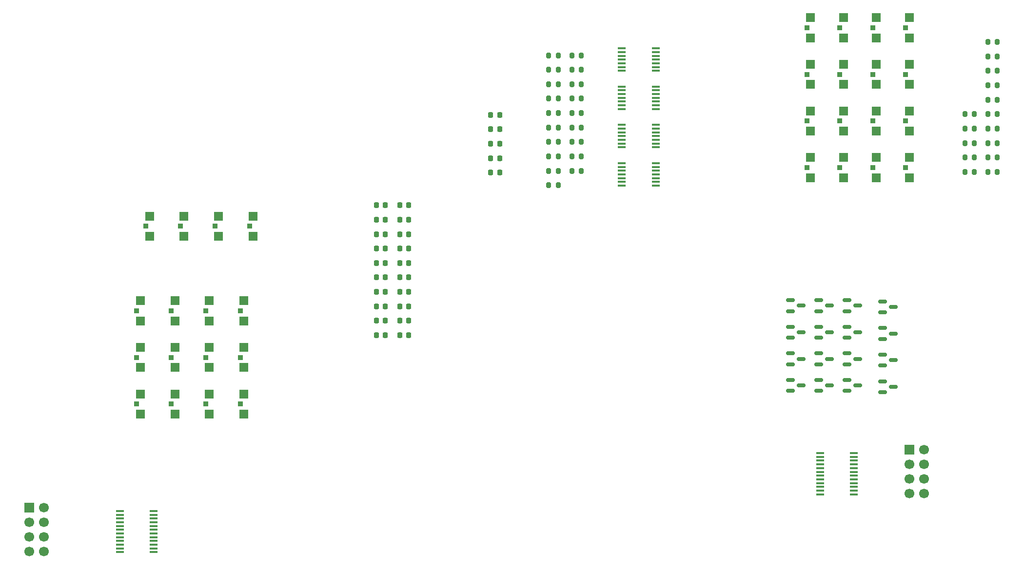
<source format=gbr>
%TF.GenerationSoftware,KiCad,Pcbnew,9.0.4*%
%TF.CreationDate,2025-09-05T13:59:23+10:00*%
%TF.ProjectId,scale-infrared-digitiser,7363616c-652d-4696-9e66-72617265642d,rev?*%
%TF.SameCoordinates,Original*%
%TF.FileFunction,Copper,L1,Top*%
%TF.FilePolarity,Positive*%
%FSLAX46Y46*%
G04 Gerber Fmt 4.6, Leading zero omitted, Abs format (unit mm)*
G04 Created by KiCad (PCBNEW 9.0.4) date 2025-09-05 13:59:23*
%MOMM*%
%LPD*%
G01*
G04 APERTURE LIST*
G04 Aperture macros list*
%AMRoundRect*
0 Rectangle with rounded corners*
0 $1 Rounding radius*
0 $2 $3 $4 $5 $6 $7 $8 $9 X,Y pos of 4 corners*
0 Add a 4 corners polygon primitive as box body*
4,1,4,$2,$3,$4,$5,$6,$7,$8,$9,$2,$3,0*
0 Add four circle primitives for the rounded corners*
1,1,$1+$1,$2,$3*
1,1,$1+$1,$4,$5*
1,1,$1+$1,$6,$7*
1,1,$1+$1,$8,$9*
0 Add four rect primitives between the rounded corners*
20,1,$1+$1,$2,$3,$4,$5,0*
20,1,$1+$1,$4,$5,$6,$7,0*
20,1,$1+$1,$6,$7,$8,$9,0*
20,1,$1+$1,$8,$9,$2,$3,0*%
G04 Aperture macros list end*
%TA.AperFunction,SMDPad,CuDef*%
%ADD10RoundRect,0.200000X-0.200000X-0.275000X0.200000X-0.275000X0.200000X0.275000X-0.200000X0.275000X0*%
%TD*%
%TA.AperFunction,SMDPad,CuDef*%
%ADD11RoundRect,0.150000X-0.587500X-0.150000X0.587500X-0.150000X0.587500X0.150000X-0.587500X0.150000X0*%
%TD*%
%TA.AperFunction,SMDPad,CuDef*%
%ADD12R,0.900000X0.900000*%
%TD*%
%TA.AperFunction,SMDPad,CuDef*%
%ADD13R,1.500000X1.500000*%
%TD*%
%TA.AperFunction,ComponentPad*%
%ADD14C,1.700000*%
%TD*%
%TA.AperFunction,ComponentPad*%
%ADD15R,1.700000X1.700000*%
%TD*%
%TA.AperFunction,SMDPad,CuDef*%
%ADD16R,1.475000X0.450000*%
%TD*%
%TA.AperFunction,SMDPad,CuDef*%
%ADD17RoundRect,0.225000X-0.225000X-0.250000X0.225000X-0.250000X0.225000X0.250000X-0.225000X0.250000X0*%
%TD*%
G04 APERTURE END LIST*
D10*
%TO.P,R34,2*%
%TO.N,Net-(IC3-OUTPUT_4)*%
X168275000Y-79475000D03*
%TO.P,R34,1*%
%TO.N,/PHT_DAT_11*%
X166625000Y-79475000D03*
%TD*%
%TO.P,R33,2*%
%TO.N,/PHT_DAT_10*%
X168275000Y-76965000D03*
%TO.P,R33,1*%
%TO.N,Net-(IC3-OUTPUT_3)*%
X166625000Y-76965000D03*
%TD*%
%TO.P,R32,2*%
%TO.N,Net-(IC3-OUTPUT_2)*%
X168275000Y-74455000D03*
%TO.P,R32,1*%
%TO.N,/PHT_DAT_9*%
X166625000Y-74455000D03*
%TD*%
%TO.P,R31,2*%
%TO.N,/PHT_DAT_8*%
X168275000Y-71945000D03*
%TO.P,R31,1*%
%TO.N,Net-(IC3-OUTPUT_1)*%
X166625000Y-71945000D03*
%TD*%
%TO.P,R30,2*%
%TO.N,Net-(IC1-OUTPUT_4)*%
X168275000Y-69435000D03*
%TO.P,R30,1*%
%TO.N,/PHT_DAT_7*%
X166625000Y-69435000D03*
%TD*%
%TO.P,R29,2*%
%TO.N,/PHT_DAT_6*%
X168275000Y-66925000D03*
%TO.P,R29,1*%
%TO.N,Net-(IC1-OUTPUT_3)*%
X166625000Y-66925000D03*
%TD*%
%TO.P,R28,2*%
%TO.N,Net-(IC1-OUTPUT_2)*%
X168275000Y-64415000D03*
%TO.P,R28,1*%
%TO.N,/PHT_DAT_5*%
X166625000Y-64415000D03*
%TD*%
%TO.P,R27,2*%
%TO.N,/PHT_DAT_4*%
X168275000Y-61905000D03*
%TO.P,R27,1*%
%TO.N,Net-(IC1-OUTPUT_1)*%
X166625000Y-61905000D03*
%TD*%
%TO.P,R26,2*%
%TO.N,Net-(IC0-OUTPUT_4)*%
X168275000Y-59395000D03*
%TO.P,R26,1*%
%TO.N,/PHT_DAT_3*%
X166625000Y-59395000D03*
%TD*%
%TO.P,R25,2*%
%TO.N,/PHT_DAT_2*%
X164265000Y-81985000D03*
%TO.P,R25,1*%
%TO.N,Net-(IC0-OUTPUT_3)*%
X162615000Y-81985000D03*
%TD*%
%TO.P,R24,2*%
%TO.N,Net-(IC0-OUTPUT_2)*%
X164265000Y-79475000D03*
%TO.P,R24,1*%
%TO.N,/PHT_DAT_1*%
X162615000Y-79475000D03*
%TD*%
%TO.P,R23,2*%
%TO.N,/PHT_DAT_0*%
X164265000Y-76965000D03*
%TO.P,R23,1*%
%TO.N,Net-(IC0-OUTPUT_1)*%
X162615000Y-76965000D03*
%TD*%
%TO.P,R22,2*%
%TO.N,/PHT_DAT_14*%
X164265000Y-74455000D03*
%TO.P,R22,1*%
%TO.N,Net-(IC2-OUTPUT_3)*%
X162615000Y-74455000D03*
%TD*%
%TO.P,R21,2*%
%TO.N,Net-(IC2-OUTPUT_2)*%
X164265000Y-71945000D03*
%TO.P,R21,1*%
%TO.N,/PHT_DAT_13*%
X162615000Y-71945000D03*
%TD*%
%TO.P,R20,2*%
%TO.N,Net-(IC2-OUTPUT_4)*%
X164265000Y-69435000D03*
%TO.P,R20,1*%
%TO.N,/PHT_DAT_15*%
X162615000Y-69435000D03*
%TD*%
%TO.P,R19,2*%
%TO.N,/NON_INVERTING_REF*%
X164265000Y-66925000D03*
%TO.P,R19,1*%
%TO.N,GND*%
X162615000Y-66925000D03*
%TD*%
%TO.P,R18,2*%
%TO.N,/3V3*%
X164265000Y-64415000D03*
%TO.P,R18,1*%
%TO.N,/NON_INVERTING_REF*%
X162615000Y-64415000D03*
%TD*%
%TO.P,R17,2*%
%TO.N,/PHT_DAT_12*%
X164265000Y-61905000D03*
%TO.P,R17,1*%
%TO.N,Net-(IC2-OUTPUT_1)*%
X162615000Y-61905000D03*
%TD*%
%TO.P,R16,2*%
%TO.N,/3V3*%
X164265000Y-59395000D03*
%TO.P,R16,1*%
%TO.N,Net-(LED15-A)*%
X162615000Y-59395000D03*
%TD*%
%TO.P,R15,2*%
%TO.N,/3V3*%
X240525000Y-79670000D03*
%TO.P,R15,1*%
%TO.N,Net-(LED14-A)*%
X238875000Y-79670000D03*
%TD*%
%TO.P,R14,2*%
%TO.N,/3V3*%
X240525000Y-77160000D03*
%TO.P,R14,1*%
%TO.N,Net-(LED13-A)*%
X238875000Y-77160000D03*
%TD*%
%TO.P,R13,2*%
%TO.N,/3V3*%
X240525000Y-74650000D03*
%TO.P,R13,1*%
%TO.N,Net-(LED12-A)*%
X238875000Y-74650000D03*
%TD*%
%TO.P,R12,2*%
%TO.N,/3V3*%
X240525000Y-72140000D03*
%TO.P,R12,1*%
%TO.N,Net-(LED11-A)*%
X238875000Y-72140000D03*
%TD*%
%TO.P,R11,2*%
%TO.N,/3V3*%
X240525000Y-69630000D03*
%TO.P,R11,1*%
%TO.N,Net-(LED10-A)*%
X238875000Y-69630000D03*
%TD*%
%TO.P,R10,2*%
%TO.N,/3V3*%
X240525000Y-67120000D03*
%TO.P,R10,1*%
%TO.N,Net-(LED9-A)*%
X238875000Y-67120000D03*
%TD*%
%TO.P,R9,2*%
%TO.N,/3V3*%
X240525000Y-64610000D03*
%TO.P,R9,1*%
%TO.N,Net-(LED8-A)*%
X238875000Y-64610000D03*
%TD*%
%TO.P,R8,2*%
%TO.N,/3V3*%
X240525000Y-62100000D03*
%TO.P,R8,1*%
%TO.N,Net-(LED7-A)*%
X238875000Y-62100000D03*
%TD*%
%TO.P,R7,2*%
%TO.N,/3V3*%
X240525000Y-59590000D03*
%TO.P,R7,1*%
%TO.N,Net-(LED6-A)*%
X238875000Y-59590000D03*
%TD*%
%TO.P,R6,2*%
%TO.N,/3V3*%
X240525000Y-57080000D03*
%TO.P,R6,1*%
%TO.N,Net-(LED5-A)*%
X238875000Y-57080000D03*
%TD*%
%TO.P,R5,2*%
%TO.N,/3V3*%
X236515000Y-79670000D03*
%TO.P,R5,1*%
%TO.N,Net-(LED4-A)*%
X234865000Y-79670000D03*
%TD*%
%TO.P,R4,2*%
%TO.N,/3V3*%
X236515000Y-77160000D03*
%TO.P,R4,1*%
%TO.N,Net-(LED3-A)*%
X234865000Y-77160000D03*
%TD*%
%TO.P,R3,2*%
%TO.N,/3V3*%
X236515000Y-74650000D03*
%TO.P,R3,1*%
%TO.N,Net-(LED2-A)*%
X234865000Y-74650000D03*
%TD*%
%TO.P,R2,2*%
%TO.N,/3V3*%
X236515000Y-72140000D03*
%TO.P,R2,1*%
%TO.N,Net-(LED1-A)*%
X234865000Y-72140000D03*
%TD*%
%TO.P,R1,2*%
%TO.N,/3V3*%
X236515000Y-69630000D03*
%TO.P,R1,1*%
%TO.N,Net-(LED0-A)*%
X234865000Y-69630000D03*
%TD*%
D11*
%TO.P,Q16,3,D*%
%TO.N,Net-(LED15-K)*%
X222485000Y-117000000D03*
%TO.P,Q16,2,S*%
%TO.N,GND*%
X220610000Y-117950000D03*
%TO.P,Q16,1,G*%
%TO.N,/LED_CTL_15*%
X220610000Y-116050000D03*
%TD*%
%TO.P,Q15,3,D*%
%TO.N,Net-(LED14-K)*%
X222485000Y-112375000D03*
%TO.P,Q15,2,S*%
%TO.N,GND*%
X220610000Y-113325000D03*
%TO.P,Q15,1,G*%
%TO.N,/LED_CTL_14*%
X220610000Y-111425000D03*
%TD*%
%TO.P,Q14,3,D*%
%TO.N,Net-(LED13-K)*%
X222485000Y-107750000D03*
%TO.P,Q14,2,S*%
%TO.N,GND*%
X220610000Y-108700000D03*
%TO.P,Q14,1,G*%
%TO.N,/LED_CTL_13*%
X220610000Y-106800000D03*
%TD*%
%TO.P,Q13,3,D*%
%TO.N,Net-(LED12-K)*%
X222485000Y-103125000D03*
%TO.P,Q13,2,S*%
%TO.N,GND*%
X220610000Y-104075000D03*
%TO.P,Q13,1,G*%
%TO.N,/LED_CTL_12*%
X220610000Y-102175000D03*
%TD*%
%TO.P,Q12,3,D*%
%TO.N,Net-(LED11-K)*%
X216250000Y-116775000D03*
%TO.P,Q12,2,S*%
%TO.N,GND*%
X214375000Y-117725000D03*
%TO.P,Q12,1,G*%
%TO.N,/LED_CTL_11*%
X214375000Y-115825000D03*
%TD*%
%TO.P,Q11,3,D*%
%TO.N,Net-(LED10-K)*%
X216250000Y-112150000D03*
%TO.P,Q11,2,S*%
%TO.N,GND*%
X214375000Y-113100000D03*
%TO.P,Q11,1,G*%
%TO.N,/LED_CTL_10*%
X214375000Y-111200000D03*
%TD*%
%TO.P,Q10,3,D*%
%TO.N,Net-(LED9-K)*%
X216250000Y-107525000D03*
%TO.P,Q10,2,S*%
%TO.N,GND*%
X214375000Y-108475000D03*
%TO.P,Q10,1,G*%
%TO.N,/LED_CTL_9*%
X214375000Y-106575000D03*
%TD*%
%TO.P,Q9,3,D*%
%TO.N,Net-(LED8-K)*%
X216250000Y-102900000D03*
%TO.P,Q9,2,S*%
%TO.N,GND*%
X214375000Y-103850000D03*
%TO.P,Q9,1,G*%
%TO.N,/LED_CTL_8*%
X214375000Y-101950000D03*
%TD*%
%TO.P,Q8,3,D*%
%TO.N,Net-(LED7-K)*%
X211340000Y-116775000D03*
%TO.P,Q8,2,S*%
%TO.N,GND*%
X209465000Y-117725000D03*
%TO.P,Q8,1,G*%
%TO.N,/LED_CTL_7*%
X209465000Y-115825000D03*
%TD*%
%TO.P,Q7,3,D*%
%TO.N,Net-(LED6-K)*%
X211340000Y-112150000D03*
%TO.P,Q7,2,S*%
%TO.N,GND*%
X209465000Y-113100000D03*
%TO.P,Q7,1,G*%
%TO.N,/LED_CTL_6*%
X209465000Y-111200000D03*
%TD*%
%TO.P,Q6,3,D*%
%TO.N,Net-(LED5-K)*%
X211340000Y-107525000D03*
%TO.P,Q6,2,S*%
%TO.N,GND*%
X209465000Y-108475000D03*
%TO.P,Q6,1,G*%
%TO.N,/LED_CTL_5*%
X209465000Y-106575000D03*
%TD*%
%TO.P,Q5,3,D*%
%TO.N,Net-(LED4-K)*%
X211340000Y-102900000D03*
%TO.P,Q5,2,S*%
%TO.N,GND*%
X209465000Y-103850000D03*
%TO.P,Q5,1,G*%
%TO.N,/LED_CTL_4*%
X209465000Y-101950000D03*
%TD*%
%TO.P,Q4,3,D*%
%TO.N,Net-(LED3-K)*%
X206430000Y-116775000D03*
%TO.P,Q4,2,S*%
%TO.N,GND*%
X204555000Y-117725000D03*
%TO.P,Q4,1,G*%
%TO.N,/LED_CTL_3*%
X204555000Y-115825000D03*
%TD*%
%TO.P,Q3,3,D*%
%TO.N,Net-(LED2-K)*%
X206430000Y-112150000D03*
%TO.P,Q3,2,S*%
%TO.N,GND*%
X204555000Y-113100000D03*
%TO.P,Q3,1,G*%
%TO.N,/LED_CTL_2*%
X204555000Y-111200000D03*
%TD*%
%TO.P,Q2,3,D*%
%TO.N,Net-(LED1-K)*%
X206430000Y-107525000D03*
%TO.P,Q2,2,S*%
%TO.N,GND*%
X204555000Y-108475000D03*
%TO.P,Q2,1,G*%
%TO.N,/LED_CTL_1*%
X204555000Y-106575000D03*
%TD*%
%TO.P,Q1,3,D*%
%TO.N,Net-(LED0-K)*%
X206430000Y-102900000D03*
%TO.P,Q1,2,S*%
%TO.N,GND*%
X204555000Y-103850000D03*
%TO.P,Q1,1,G*%
%TO.N,/LED_CTL_0*%
X204555000Y-101950000D03*
%TD*%
D12*
%TO.P,LED15,3,EP*%
%TO.N,unconnected-(LED15-EP-Pad3)*%
X224590000Y-78900000D03*
D13*
%TO.P,LED15,2,A*%
%TO.N,Net-(LED15-A)*%
X225240000Y-80650000D03*
%TO.P,LED15,1,K*%
%TO.N,Net-(LED15-K)*%
X225240000Y-77150000D03*
%TD*%
D12*
%TO.P,LED14,3,EP*%
%TO.N,unconnected-(LED14-EP-Pad3)*%
X218870000Y-78900000D03*
D13*
%TO.P,LED14,2,A*%
%TO.N,Net-(LED14-A)*%
X219520000Y-80650000D03*
%TO.P,LED14,1,K*%
%TO.N,Net-(LED14-K)*%
X219520000Y-77150000D03*
%TD*%
D12*
%TO.P,LED13,3,EP*%
%TO.N,unconnected-(LED13-EP-Pad3)*%
X213150000Y-78900000D03*
D13*
%TO.P,LED13,2,A*%
%TO.N,Net-(LED13-A)*%
X213800000Y-80650000D03*
%TO.P,LED13,1,K*%
%TO.N,Net-(LED13-K)*%
X213800000Y-77150000D03*
%TD*%
D12*
%TO.P,LED12,3,EP*%
%TO.N,unconnected-(LED12-EP-Pad3)*%
X207430000Y-78900000D03*
D13*
%TO.P,LED12,2,A*%
%TO.N,Net-(LED12-A)*%
X208080000Y-80650000D03*
%TO.P,LED12,1,K*%
%TO.N,Net-(LED12-K)*%
X208080000Y-77150000D03*
%TD*%
D12*
%TO.P,LED11,3,EP*%
%TO.N,unconnected-(LED11-EP-Pad3)*%
X224590000Y-70800000D03*
D13*
%TO.P,LED11,2,A*%
%TO.N,Net-(LED11-A)*%
X225240000Y-72550000D03*
%TO.P,LED11,1,K*%
%TO.N,Net-(LED11-K)*%
X225240000Y-69050000D03*
%TD*%
D12*
%TO.P,LED10,3,EP*%
%TO.N,unconnected-(LED10-EP-Pad3)*%
X218870000Y-70800000D03*
D13*
%TO.P,LED10,2,A*%
%TO.N,Net-(LED10-A)*%
X219520000Y-72550000D03*
%TO.P,LED10,1,K*%
%TO.N,Net-(LED10-K)*%
X219520000Y-69050000D03*
%TD*%
D12*
%TO.P,LED9,3,EP*%
%TO.N,unconnected-(LED9-EP-Pad3)*%
X213150000Y-70800000D03*
D13*
%TO.P,LED9,2,A*%
%TO.N,Net-(LED9-A)*%
X213800000Y-72550000D03*
%TO.P,LED9,1,K*%
%TO.N,Net-(LED9-K)*%
X213800000Y-69050000D03*
%TD*%
D12*
%TO.P,LED8,3,EP*%
%TO.N,unconnected-(LED8-EP-Pad3)*%
X207430000Y-70800000D03*
D13*
%TO.P,LED8,2,A*%
%TO.N,Net-(LED8-A)*%
X208080000Y-72550000D03*
%TO.P,LED8,1,K*%
%TO.N,Net-(LED8-K)*%
X208080000Y-69050000D03*
%TD*%
D12*
%TO.P,LED7,3,EP*%
%TO.N,unconnected-(LED7-EP-Pad3)*%
X224590000Y-62700000D03*
D13*
%TO.P,LED7,2,A*%
%TO.N,Net-(LED7-A)*%
X225240000Y-64450000D03*
%TO.P,LED7,1,K*%
%TO.N,Net-(LED7-K)*%
X225240000Y-60950000D03*
%TD*%
D12*
%TO.P,LED6,3,EP*%
%TO.N,unconnected-(LED6-EP-Pad3)*%
X218870000Y-62700000D03*
D13*
%TO.P,LED6,2,A*%
%TO.N,Net-(LED6-A)*%
X219520000Y-64450000D03*
%TO.P,LED6,1,K*%
%TO.N,Net-(LED6-K)*%
X219520000Y-60950000D03*
%TD*%
D12*
%TO.P,LED5,3,EP*%
%TO.N,unconnected-(LED5-EP-Pad3)*%
X213150000Y-62700000D03*
D13*
%TO.P,LED5,2,A*%
%TO.N,Net-(LED5-A)*%
X213800000Y-64450000D03*
%TO.P,LED5,1,K*%
%TO.N,Net-(LED5-K)*%
X213800000Y-60950000D03*
%TD*%
D12*
%TO.P,LED4,3,EP*%
%TO.N,unconnected-(LED4-EP-Pad3)*%
X207430000Y-62700000D03*
D13*
%TO.P,LED4,2,A*%
%TO.N,Net-(LED4-A)*%
X208080000Y-64450000D03*
%TO.P,LED4,1,K*%
%TO.N,Net-(LED4-K)*%
X208080000Y-60950000D03*
%TD*%
D12*
%TO.P,LED3,3,EP*%
%TO.N,unconnected-(LED3-EP-Pad3)*%
X224590000Y-54600000D03*
D13*
%TO.P,LED3,2,A*%
%TO.N,Net-(LED3-A)*%
X225240000Y-56350000D03*
%TO.P,LED3,1,K*%
%TO.N,Net-(LED3-K)*%
X225240000Y-52850000D03*
%TD*%
D12*
%TO.P,LED2,3,EP*%
%TO.N,unconnected-(LED2-EP-Pad3)*%
X218870000Y-54600000D03*
D13*
%TO.P,LED2,2,A*%
%TO.N,Net-(LED2-A)*%
X219520000Y-56350000D03*
%TO.P,LED2,1,K*%
%TO.N,Net-(LED2-K)*%
X219520000Y-52850000D03*
%TD*%
D12*
%TO.P,LED1,3,EP*%
%TO.N,unconnected-(LED1-EP-Pad3)*%
X213150000Y-54600000D03*
D13*
%TO.P,LED1,2,A*%
%TO.N,Net-(LED1-A)*%
X213800000Y-56350000D03*
%TO.P,LED1,1,K*%
%TO.N,Net-(LED1-K)*%
X213800000Y-52850000D03*
%TD*%
D12*
%TO.P,LED0,3,EP*%
%TO.N,unconnected-(LED0-EP-Pad3)*%
X207430000Y-54600000D03*
D13*
%TO.P,LED0,2,A*%
%TO.N,Net-(LED0-A)*%
X208080000Y-56350000D03*
%TO.P,LED0,1,K*%
%TO.N,Net-(LED0-K)*%
X208080000Y-52850000D03*
%TD*%
D14*
%TO.P,J1,8,Pin_8*%
%TO.N,GND*%
X74965000Y-145635000D03*
%TO.P,J1,7,Pin_7*%
X72425000Y-145635000D03*
%TO.P,J1,6,Pin_6*%
%TO.N,/MCU_RECV_DAT*%
X74965000Y-143095000D03*
%TO.P,J1,5,Pin_5*%
%TO.N,/3V3*%
X72425000Y-143095000D03*
%TO.P,J1,4,Pin_4*%
%TO.N,/SEL_RECV_0*%
X74965000Y-140555000D03*
%TO.P,J1,3,Pin_3*%
%TO.N,/SEL_RECV_1*%
X72425000Y-140555000D03*
%TO.P,J1,2,Pin_2*%
%TO.N,/SEL_RECV_2*%
X74965000Y-138015000D03*
D15*
%TO.P,J1,1,Pin_1*%
%TO.N,/SEL_RECV_3*%
X72425000Y-138015000D03*
%TD*%
D14*
%TO.P,J0,8,Pin_8*%
%TO.N,GND*%
X227775000Y-135515000D03*
%TO.P,J0,7,Pin_7*%
X225235000Y-135515000D03*
%TO.P,J0,6,Pin_6*%
%TO.N,/MCU_TRNS_CTL*%
X227775000Y-132975000D03*
%TO.P,J0,5,Pin_5*%
%TO.N,/3V3*%
X225235000Y-132975000D03*
%TO.P,J0,4,Pin_4*%
%TO.N,/SEL_TRNS_0*%
X227775000Y-130435000D03*
%TO.P,J0,3,Pin_3*%
%TO.N,/SEL_TRNS_1*%
X225235000Y-130435000D03*
%TO.P,J0,2,Pin_2*%
%TO.N,/SEL_TRNS_2*%
X227775000Y-127895000D03*
D15*
%TO.P,J0,1,Pin_1*%
%TO.N,/SEL_TRNS_3*%
X225235000Y-127895000D03*
%TD*%
D16*
%TO.P,IC5,24,VCC*%
%TO.N,/3V3*%
X94025000Y-138600000D03*
%TO.P,IC5,23,Y8*%
%TO.N,/PHT_DAT_8*%
X94025000Y-139250000D03*
%TO.P,IC5,22,Y9*%
%TO.N,/PHT_DAT_9*%
X94025000Y-139900000D03*
%TO.P,IC5,21,Y10*%
%TO.N,/PHT_DAT_10*%
X94025000Y-140550000D03*
%TO.P,IC5,20,Y11*%
%TO.N,/PHT_DAT_11*%
X94025000Y-141200000D03*
%TO.P,IC5,19,Y12*%
%TO.N,/PHT_DAT_12*%
X94025000Y-141850000D03*
%TO.P,IC5,18,Y13*%
%TO.N,/PHT_DAT_13*%
X94025000Y-142500000D03*
%TO.P,IC5,17,Y14*%
%TO.N,/PHT_DAT_14*%
X94025000Y-143150000D03*
%TO.P,IC5,16,Y15*%
%TO.N,/PHT_DAT_15*%
X94025000Y-143800000D03*
%TO.P,IC5,15,~{E}*%
%TO.N,GND*%
X94025000Y-144450000D03*
%TO.P,IC5,14,S2*%
%TO.N,/SEL_RECV_2*%
X94025000Y-145100000D03*
%TO.P,IC5,13,S3*%
%TO.N,/SEL_RECV_3*%
X94025000Y-145750000D03*
%TO.P,IC5,12,GND*%
%TO.N,GND*%
X88149000Y-145750000D03*
%TO.P,IC5,11,S1*%
%TO.N,/SEL_RECV_1*%
X88149000Y-145100000D03*
%TO.P,IC5,10,S0*%
%TO.N,/SEL_RECV_0*%
X88149000Y-144450000D03*
%TO.P,IC5,9,Y0*%
%TO.N,/PHT_DAT_0*%
X88149000Y-143800000D03*
%TO.P,IC5,8,Y1*%
%TO.N,/PHT_DAT_1*%
X88149000Y-143150000D03*
%TO.P,IC5,7,Y2*%
%TO.N,/PHT_DAT_2*%
X88149000Y-142500000D03*
%TO.P,IC5,6,Y3*%
%TO.N,/PHT_DAT_3*%
X88149000Y-141850000D03*
%TO.P,IC5,5,Y4*%
%TO.N,/PHT_DAT_4*%
X88149000Y-141200000D03*
%TO.P,IC5,4,Y5*%
%TO.N,/PHT_DAT_5*%
X88149000Y-140550000D03*
%TO.P,IC5,3,Y6*%
%TO.N,/PHT_DAT_6*%
X88149000Y-139900000D03*
%TO.P,IC5,2,Y7*%
%TO.N,/PHT_DAT_7*%
X88149000Y-139250000D03*
%TO.P,IC5,1,Z*%
%TO.N,/MCU_RECV_DAT*%
X88149000Y-138600000D03*
%TD*%
%TO.P,IC4,24,VCC*%
%TO.N,/3V3*%
X215626000Y-128535000D03*
%TO.P,IC4,23,Y8*%
%TO.N,/LED_CTL_8*%
X215626000Y-129185000D03*
%TO.P,IC4,22,Y9*%
%TO.N,/LED_CTL_9*%
X215626000Y-129835000D03*
%TO.P,IC4,21,Y10*%
%TO.N,/LED_CTL_10*%
X215626000Y-130485000D03*
%TO.P,IC4,20,Y11*%
%TO.N,/LED_CTL_11*%
X215626000Y-131135000D03*
%TO.P,IC4,19,Y12*%
%TO.N,/LED_CTL_12*%
X215626000Y-131785000D03*
%TO.P,IC4,18,Y13*%
%TO.N,/LED_CTL_13*%
X215626000Y-132435000D03*
%TO.P,IC4,17,Y14*%
%TO.N,/LED_CTL_14*%
X215626000Y-133085000D03*
%TO.P,IC4,16,Y15*%
%TO.N,/LED_CTL_15*%
X215626000Y-133735000D03*
%TO.P,IC4,15,~{E}*%
%TO.N,GND*%
X215626000Y-134385000D03*
%TO.P,IC4,14,S2*%
%TO.N,/SEL_TRNS_2*%
X215626000Y-135035000D03*
%TO.P,IC4,13,S3*%
%TO.N,/SEL_TRNS_3*%
X215626000Y-135685000D03*
%TO.P,IC4,12,GND*%
%TO.N,GND*%
X209750000Y-135685000D03*
%TO.P,IC4,11,S1*%
%TO.N,/SEL_TRNS_1*%
X209750000Y-135035000D03*
%TO.P,IC4,10,S0*%
%TO.N,/SEL_TRNS_0*%
X209750000Y-134385000D03*
%TO.P,IC4,9,Y0*%
%TO.N,/LED_CTL_0*%
X209750000Y-133735000D03*
%TO.P,IC4,8,Y1*%
%TO.N,/LED_CTL_1*%
X209750000Y-133085000D03*
%TO.P,IC4,7,Y2*%
%TO.N,/LED_CTL_2*%
X209750000Y-132435000D03*
%TO.P,IC4,6,Y3*%
%TO.N,/LED_CTL_3*%
X209750000Y-131785000D03*
%TO.P,IC4,5,Y4*%
%TO.N,/LED_CTL_4*%
X209750000Y-131135000D03*
%TO.P,IC4,4,Y5*%
%TO.N,/LED_CTL_5*%
X209750000Y-130485000D03*
%TO.P,IC4,3,Y6*%
%TO.N,/LED_CTL_6*%
X209750000Y-129835000D03*
%TO.P,IC4,2,Y7*%
%TO.N,/LED_CTL_7*%
X209750000Y-129185000D03*
%TO.P,IC4,1,Z*%
%TO.N,/MCU_TRNS_CTL*%
X209750000Y-128535000D03*
%TD*%
%TO.P,IC3,14,OUTPUT_4*%
%TO.N,Net-(IC3-OUTPUT_4)*%
X181178000Y-78135000D03*
%TO.P,IC3,13,INVERTING_INPUT_4*%
%TO.N,/PHT_DAT_11*%
X181178000Y-78785000D03*
%TO.P,IC3,12,NON-INVERTING_INPUT_4*%
%TO.N,/NON_INVERTING_REF*%
X181178000Y-79435000D03*
%TO.P,IC3,11,VCC-*%
%TO.N,GND*%
X181178000Y-80085000D03*
%TO.P,IC3,10,NON-INVERTING_INPUT_3*%
%TO.N,/NON_INVERTING_REF*%
X181178000Y-80735000D03*
%TO.P,IC3,9,INVERTING_INPUT_3*%
%TO.N,/PHT_DAT_10*%
X181178000Y-81385000D03*
%TO.P,IC3,8,OUTPUT_3*%
%TO.N,Net-(IC3-OUTPUT_3)*%
X181178000Y-82035000D03*
%TO.P,IC3,7,OUTPUT_2*%
%TO.N,Net-(IC3-OUTPUT_2)*%
X175302000Y-82035000D03*
%TO.P,IC3,6,INVERTING_INPUT_2*%
%TO.N,/PHT_DAT_9*%
X175302000Y-81385000D03*
%TO.P,IC3,5,NON-INVERTING_INPUT_2*%
%TO.N,/NON_INVERTING_REF*%
X175302000Y-80735000D03*
%TO.P,IC3,4,VCC+*%
%TO.N,/3V3*%
X175302000Y-80085000D03*
%TO.P,IC3,3,NON-INVERTING_INPUT_1*%
%TO.N,/NON_INVERTING_REF*%
X175302000Y-79435000D03*
%TO.P,IC3,2,INVERTING_INPUT_1*%
%TO.N,/PHT_DAT_8*%
X175302000Y-78785000D03*
%TO.P,IC3,1,OUTPUT_1*%
%TO.N,Net-(IC3-OUTPUT_1)*%
X175302000Y-78135000D03*
%TD*%
%TO.P,IC2,14,OUTPUT_4*%
%TO.N,Net-(IC2-OUTPUT_4)*%
X181178000Y-71485000D03*
%TO.P,IC2,13,INVERTING_INPUT_4*%
%TO.N,/PHT_DAT_15*%
X181178000Y-72135000D03*
%TO.P,IC2,12,NON-INVERTING_INPUT_4*%
%TO.N,/NON_INVERTING_REF*%
X181178000Y-72785000D03*
%TO.P,IC2,11,VCC-*%
%TO.N,GND*%
X181178000Y-73435000D03*
%TO.P,IC2,10,NON-INVERTING_INPUT_3*%
%TO.N,/NON_INVERTING_REF*%
X181178000Y-74085000D03*
%TO.P,IC2,9,INVERTING_INPUT_3*%
%TO.N,/PHT_DAT_14*%
X181178000Y-74735000D03*
%TO.P,IC2,8,OUTPUT_3*%
%TO.N,Net-(IC2-OUTPUT_3)*%
X181178000Y-75385000D03*
%TO.P,IC2,7,OUTPUT_2*%
%TO.N,Net-(IC2-OUTPUT_2)*%
X175302000Y-75385000D03*
%TO.P,IC2,6,INVERTING_INPUT_2*%
%TO.N,/PHT_DAT_13*%
X175302000Y-74735000D03*
%TO.P,IC2,5,NON-INVERTING_INPUT_2*%
%TO.N,/NON_INVERTING_REF*%
X175302000Y-74085000D03*
%TO.P,IC2,4,VCC+*%
%TO.N,/3V3*%
X175302000Y-73435000D03*
%TO.P,IC2,3,NON-INVERTING_INPUT_1*%
%TO.N,/NON_INVERTING_REF*%
X175302000Y-72785000D03*
%TO.P,IC2,2,INVERTING_INPUT_1*%
%TO.N,/PHT_DAT_12*%
X175302000Y-72135000D03*
%TO.P,IC2,1,OUTPUT_1*%
%TO.N,Net-(IC2-OUTPUT_1)*%
X175302000Y-71485000D03*
%TD*%
%TO.P,IC1,14,OUTPUT_4*%
%TO.N,Net-(IC1-OUTPUT_4)*%
X181178000Y-64835000D03*
%TO.P,IC1,13,INVERTING_INPUT_4*%
%TO.N,/PHT_DAT_7*%
X181178000Y-65485000D03*
%TO.P,IC1,12,NON-INVERTING_INPUT_4*%
%TO.N,/NON_INVERTING_REF*%
X181178000Y-66135000D03*
%TO.P,IC1,11,VCC-*%
%TO.N,GND*%
X181178000Y-66785000D03*
%TO.P,IC1,10,NON-INVERTING_INPUT_3*%
%TO.N,/NON_INVERTING_REF*%
X181178000Y-67435000D03*
%TO.P,IC1,9,INVERTING_INPUT_3*%
%TO.N,/PHT_DAT_6*%
X181178000Y-68085000D03*
%TO.P,IC1,8,OUTPUT_3*%
%TO.N,Net-(IC1-OUTPUT_3)*%
X181178000Y-68735000D03*
%TO.P,IC1,7,OUTPUT_2*%
%TO.N,Net-(IC1-OUTPUT_2)*%
X175302000Y-68735000D03*
%TO.P,IC1,6,INVERTING_INPUT_2*%
%TO.N,/PHT_DAT_5*%
X175302000Y-68085000D03*
%TO.P,IC1,5,NON-INVERTING_INPUT_2*%
%TO.N,/NON_INVERTING_REF*%
X175302000Y-67435000D03*
%TO.P,IC1,4,VCC+*%
%TO.N,/3V3*%
X175302000Y-66785000D03*
%TO.P,IC1,3,NON-INVERTING_INPUT_1*%
%TO.N,/NON_INVERTING_REF*%
X175302000Y-66135000D03*
%TO.P,IC1,2,INVERTING_INPUT_1*%
%TO.N,/PHT_DAT_4*%
X175302000Y-65485000D03*
%TO.P,IC1,1,OUTPUT_1*%
%TO.N,Net-(IC1-OUTPUT_1)*%
X175302000Y-64835000D03*
%TD*%
%TO.P,IC0,14,OUTPUT_4*%
%TO.N,Net-(IC0-OUTPUT_4)*%
X181178000Y-58185000D03*
%TO.P,IC0,13,INVERTING_INPUT_4*%
%TO.N,/PHT_DAT_3*%
X181178000Y-58835000D03*
%TO.P,IC0,12,NON-INVERTING_INPUT_4*%
%TO.N,/NON_INVERTING_REF*%
X181178000Y-59485000D03*
%TO.P,IC0,11,VCC-*%
%TO.N,GND*%
X181178000Y-60135000D03*
%TO.P,IC0,10,NON-INVERTING_INPUT_3*%
%TO.N,/NON_INVERTING_REF*%
X181178000Y-60785000D03*
%TO.P,IC0,9,INVERTING_INPUT_3*%
%TO.N,/PHT_DAT_2*%
X181178000Y-61435000D03*
%TO.P,IC0,8,OUTPUT_3*%
%TO.N,Net-(IC0-OUTPUT_3)*%
X181178000Y-62085000D03*
%TO.P,IC0,7,OUTPUT_2*%
%TO.N,Net-(IC0-OUTPUT_2)*%
X175302000Y-62085000D03*
%TO.P,IC0,6,INVERTING_INPUT_2*%
%TO.N,/PHT_DAT_1*%
X175302000Y-61435000D03*
%TO.P,IC0,5,NON-INVERTING_INPUT_2*%
%TO.N,/NON_INVERTING_REF*%
X175302000Y-60785000D03*
%TO.P,IC0,4,VCC+*%
%TO.N,/3V3*%
X175302000Y-60135000D03*
%TO.P,IC0,3,NON-INVERTING_INPUT_1*%
%TO.N,/NON_INVERTING_REF*%
X175302000Y-59485000D03*
%TO.P,IC0,2,INVERTING_INPUT_1*%
%TO.N,/PHT_DAT_0*%
X175302000Y-58835000D03*
%TO.P,IC0,1,OUTPUT_1*%
%TO.N,Net-(IC0-OUTPUT_1)*%
X175302000Y-58185000D03*
%TD*%
D12*
%TO.P,D_photo15,3,EP*%
%TO.N,unconnected-(D_photo15-EP-Pad3)*%
X109050000Y-120000000D03*
D13*
%TO.P,D_photo15,2,A*%
%TO.N,GND*%
X109700000Y-121750000D03*
%TO.P,D_photo15,1,K*%
%TO.N,/PHT_DAT_15*%
X109700000Y-118250000D03*
%TD*%
D12*
%TO.P,D_photo14,3,EP*%
%TO.N,unconnected-(D_photo14-EP-Pad3)*%
X103050000Y-120000000D03*
D13*
%TO.P,D_photo14,2,A*%
%TO.N,GND*%
X103700000Y-121750000D03*
%TO.P,D_photo14,1,K*%
%TO.N,/PHT_DAT_14*%
X103700000Y-118250000D03*
%TD*%
D12*
%TO.P,D_photo13,3,EP*%
%TO.N,unconnected-(D_photo13-EP-Pad3)*%
X97050000Y-120000000D03*
D13*
%TO.P,D_photo13,2,A*%
%TO.N,GND*%
X97700000Y-121750000D03*
%TO.P,D_photo13,1,K*%
%TO.N,/PHT_DAT_13*%
X97700000Y-118250000D03*
%TD*%
D12*
%TO.P,D_photo12,3,EP*%
%TO.N,unconnected-(D_photo12-EP-Pad3)*%
X91050000Y-120000000D03*
D13*
%TO.P,D_photo12,2,A*%
%TO.N,GND*%
X91700000Y-121750000D03*
%TO.P,D_photo12,1,K*%
%TO.N,/PHT_DAT_12*%
X91700000Y-118250000D03*
%TD*%
D12*
%TO.P,D_photo11,3,EP*%
%TO.N,unconnected-(D_photo11-EP-Pad3)*%
X109050000Y-111900000D03*
D13*
%TO.P,D_photo11,2,A*%
%TO.N,GND*%
X109700000Y-113650000D03*
%TO.P,D_photo11,1,K*%
%TO.N,/PHT_DAT_11*%
X109700000Y-110150000D03*
%TD*%
D12*
%TO.P,D_photo10,3,EP*%
%TO.N,unconnected-(D_photo10-EP-Pad3)*%
X103050000Y-111900000D03*
D13*
%TO.P,D_photo10,2,A*%
%TO.N,GND*%
X103700000Y-113650000D03*
%TO.P,D_photo10,1,K*%
%TO.N,/PHT_DAT_10*%
X103700000Y-110150000D03*
%TD*%
D12*
%TO.P,D_photo9,3,EP*%
%TO.N,unconnected-(D_photo9-EP-Pad3)*%
X97050000Y-111900000D03*
D13*
%TO.P,D_photo9,2,A*%
%TO.N,GND*%
X97700000Y-113650000D03*
%TO.P,D_photo9,1,K*%
%TO.N,/PHT_DAT_9*%
X97700000Y-110150000D03*
%TD*%
D12*
%TO.P,D_photo8,3,EP*%
%TO.N,unconnected-(D_photo8-EP-Pad3)*%
X91050000Y-111900000D03*
D13*
%TO.P,D_photo8,2,A*%
%TO.N,GND*%
X91700000Y-113650000D03*
%TO.P,D_photo8,1,K*%
%TO.N,/PHT_DAT_8*%
X91700000Y-110150000D03*
%TD*%
D12*
%TO.P,D_photo7,3,EP*%
%TO.N,unconnected-(D_photo7-EP-Pad3)*%
X109050000Y-103800000D03*
D13*
%TO.P,D_photo7,2,A*%
%TO.N,GND*%
X109700000Y-105550000D03*
%TO.P,D_photo7,1,K*%
%TO.N,/PHT_DAT_7*%
X109700000Y-102050000D03*
%TD*%
D12*
%TO.P,D_photo6,3,EP*%
%TO.N,unconnected-(D_photo6-EP-Pad3)*%
X103050000Y-103800000D03*
D13*
%TO.P,D_photo6,2,A*%
%TO.N,GND*%
X103700000Y-105550000D03*
%TO.P,D_photo6,1,K*%
%TO.N,/PHT_DAT_6*%
X103700000Y-102050000D03*
%TD*%
D12*
%TO.P,D_photo5,3,EP*%
%TO.N,unconnected-(D_photo5-EP-Pad3)*%
X97050000Y-103800000D03*
D13*
%TO.P,D_photo5,2,A*%
%TO.N,GND*%
X97700000Y-105550000D03*
%TO.P,D_photo5,1,K*%
%TO.N,/PHT_DAT_5*%
X97700000Y-102050000D03*
%TD*%
D12*
%TO.P,D_photo4,3,EP*%
%TO.N,unconnected-(D_photo4-EP-Pad3)*%
X91050000Y-103800000D03*
D13*
%TO.P,D_photo4,2,A*%
%TO.N,GND*%
X91700000Y-105550000D03*
%TO.P,D_photo4,1,K*%
%TO.N,/PHT_DAT_4*%
X91700000Y-102050000D03*
%TD*%
D12*
%TO.P,D_photo3,3,EP*%
%TO.N,unconnected-(D_photo3-EP-Pad3)*%
X110650000Y-89100000D03*
D13*
%TO.P,D_photo3,2,A*%
%TO.N,GND*%
X111300000Y-90850000D03*
%TO.P,D_photo3,1,K*%
%TO.N,/PHT_DAT_3*%
X111300000Y-87350000D03*
%TD*%
D12*
%TO.P,D_photo2,3,EP*%
%TO.N,unconnected-(D_photo2-EP-Pad3)*%
X104650000Y-89100000D03*
D13*
%TO.P,D_photo2,2,A*%
%TO.N,GND*%
X105300000Y-90850000D03*
%TO.P,D_photo2,1,K*%
%TO.N,/PHT_DAT_2*%
X105300000Y-87350000D03*
%TD*%
D12*
%TO.P,D_photo1,3,EP*%
%TO.N,unconnected-(D_photo1-EP-Pad3)*%
X98650000Y-89100000D03*
D13*
%TO.P,D_photo1,2,A*%
%TO.N,GND*%
X99300000Y-90850000D03*
%TO.P,D_photo1,1,K*%
%TO.N,/PHT_DAT_1*%
X99300000Y-87350000D03*
%TD*%
D12*
%TO.P,D_photo0,3,EP*%
%TO.N,unconnected-(D_photo0-EP-Pad3)*%
X92650000Y-89100000D03*
D13*
%TO.P,D_photo0,2,A*%
%TO.N,GND*%
X93300000Y-90850000D03*
%TO.P,D_photo0,1,K*%
%TO.N,/PHT_DAT_0*%
X93300000Y-87350000D03*
%TD*%
D17*
%TO.P,C25,2*%
%TO.N,GND*%
X154100000Y-79775000D03*
%TO.P,C25,1*%
%TO.N,/NON_INVERTING_REF*%
X152550000Y-79775000D03*
%TD*%
%TO.P,C24,2*%
%TO.N,/PHT_DAT_11*%
X154100000Y-77265000D03*
%TO.P,C24,1*%
%TO.N,Net-(IC3-OUTPUT_4)*%
X152550000Y-77265000D03*
%TD*%
%TO.P,C23,2*%
%TO.N,Net-(IC3-OUTPUT_3)*%
X154100000Y-74755000D03*
%TO.P,C23,1*%
%TO.N,/PHT_DAT_10*%
X152550000Y-74755000D03*
%TD*%
%TO.P,C22,2*%
%TO.N,/PHT_DAT_9*%
X154100000Y-72245000D03*
%TO.P,C22,1*%
%TO.N,Net-(IC3-OUTPUT_2)*%
X152550000Y-72245000D03*
%TD*%
%TO.P,C21,2*%
%TO.N,Net-(IC3-OUTPUT_1)*%
X154100000Y-69735000D03*
%TO.P,C21,1*%
%TO.N,/PHT_DAT_8*%
X152550000Y-69735000D03*
%TD*%
%TO.P,C20,2*%
%TO.N,GND*%
X138275000Y-108040000D03*
%TO.P,C20,1*%
%TO.N,/NON_INVERTING_REF*%
X136725000Y-108040000D03*
%TD*%
%TO.P,C19,2*%
%TO.N,GND*%
X138275000Y-105530000D03*
%TO.P,C19,1*%
%TO.N,/NON_INVERTING_REF*%
X136725000Y-105530000D03*
%TD*%
%TO.P,C18,2*%
%TO.N,/PHT_DAT_7*%
X138275000Y-103020000D03*
%TO.P,C18,1*%
%TO.N,Net-(IC1-OUTPUT_4)*%
X136725000Y-103020000D03*
%TD*%
%TO.P,C17,2*%
%TO.N,Net-(IC1-OUTPUT_3)*%
X138275000Y-100510000D03*
%TO.P,C17,1*%
%TO.N,/PHT_DAT_6*%
X136725000Y-100510000D03*
%TD*%
%TO.P,C16,2*%
%TO.N,/PHT_DAT_5*%
X138275000Y-98000000D03*
%TO.P,C16,1*%
%TO.N,Net-(IC1-OUTPUT_2)*%
X136725000Y-98000000D03*
%TD*%
%TO.P,C15,2*%
%TO.N,Net-(IC1-OUTPUT_1)*%
X138275000Y-95490000D03*
%TO.P,C15,1*%
%TO.N,/PHT_DAT_4*%
X136725000Y-95490000D03*
%TD*%
%TO.P,C14,2*%
%TO.N,GND*%
X138275000Y-92980000D03*
%TO.P,C14,1*%
%TO.N,/NON_INVERTING_REF*%
X136725000Y-92980000D03*
%TD*%
%TO.P,C13,2*%
%TO.N,GND*%
X138275000Y-90470000D03*
%TO.P,C13,1*%
%TO.N,/NON_INVERTING_REF*%
X136725000Y-90470000D03*
%TD*%
%TO.P,C12,2*%
%TO.N,/PHT_DAT_3*%
X138275000Y-87960000D03*
%TO.P,C12,1*%
%TO.N,Net-(IC0-OUTPUT_4)*%
X136725000Y-87960000D03*
%TD*%
%TO.P,C11,2*%
%TO.N,Net-(IC0-OUTPUT_3)*%
X138275000Y-85450000D03*
%TO.P,C11,1*%
%TO.N,/PHT_DAT_2*%
X136725000Y-85450000D03*
%TD*%
%TO.P,C10,2*%
%TO.N,/PHT_DAT_1*%
X134265000Y-108040000D03*
%TO.P,C10,1*%
%TO.N,Net-(IC0-OUTPUT_2)*%
X132715000Y-108040000D03*
%TD*%
%TO.P,C9,2*%
%TO.N,Net-(IC0-OUTPUT_1)*%
X134265000Y-105530000D03*
%TO.P,C9,1*%
%TO.N,/PHT_DAT_0*%
X132715000Y-105530000D03*
%TD*%
%TO.P,C8,2*%
%TO.N,GND*%
X134265000Y-103020000D03*
%TO.P,C8,1*%
%TO.N,/NON_INVERTING_REF*%
X132715000Y-103020000D03*
%TD*%
%TO.P,C7,2*%
%TO.N,/NON_INVERTING_REF*%
X134265000Y-100510000D03*
%TO.P,C7,1*%
%TO.N,GND*%
X132715000Y-100510000D03*
%TD*%
%TO.P,C6,2*%
%TO.N,GND*%
X134265000Y-98000000D03*
%TO.P,C6,1*%
%TO.N,/NON_INVERTING_REF*%
X132715000Y-98000000D03*
%TD*%
%TO.P,C5,2*%
%TO.N,Net-(IC2-OUTPUT_3)*%
X134265000Y-95490000D03*
%TO.P,C5,1*%
%TO.N,/PHT_DAT_14*%
X132715000Y-95490000D03*
%TD*%
%TO.P,C4,2*%
%TO.N,/PHT_DAT_13*%
X134265000Y-92980000D03*
%TO.P,C4,1*%
%TO.N,Net-(IC2-OUTPUT_2)*%
X132715000Y-92980000D03*
%TD*%
%TO.P,C3,2*%
%TO.N,/PHT_DAT_15*%
X134265000Y-90470000D03*
%TO.P,C3,1*%
%TO.N,Net-(IC2-OUTPUT_4)*%
X132715000Y-90470000D03*
%TD*%
%TO.P,C2,2*%
%TO.N,GND*%
X134265000Y-87960000D03*
%TO.P,C2,1*%
%TO.N,/NON_INVERTING_REF*%
X132715000Y-87960000D03*
%TD*%
%TO.P,C1,2*%
%TO.N,Net-(IC2-OUTPUT_1)*%
X134265000Y-85450000D03*
%TO.P,C1,1*%
%TO.N,/PHT_DAT_12*%
X132715000Y-85450000D03*
%TD*%
M02*

</source>
